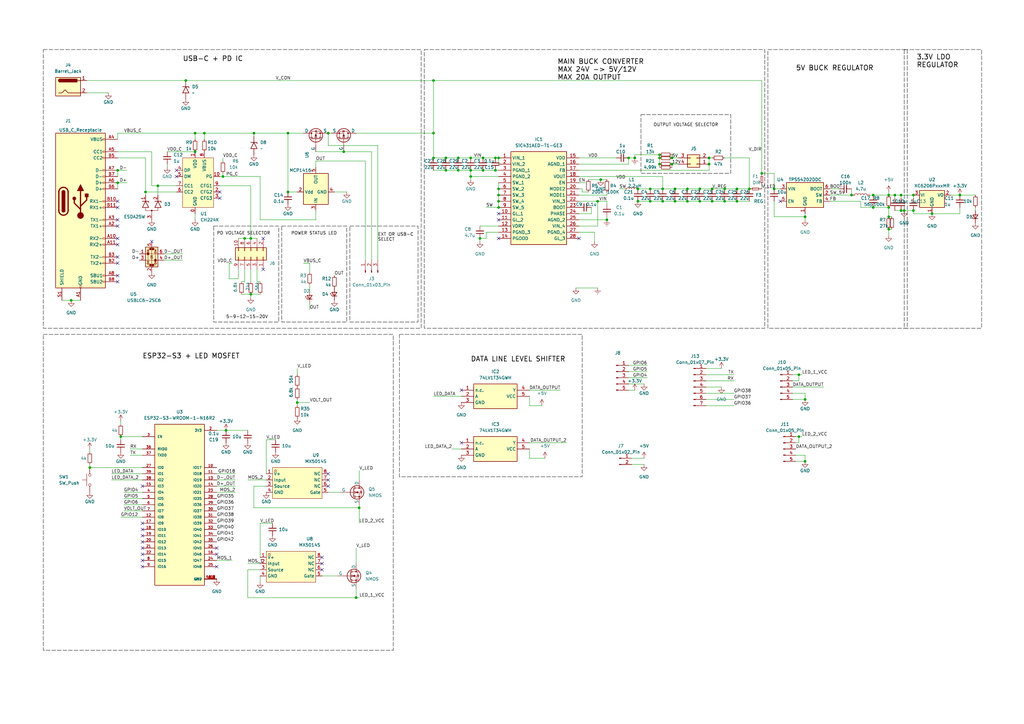
<source format=kicad_sch>
(kicad_sch (version 20230121) (generator eeschema)
  (paper "A3")
  (title_block (title "Led Strip Controller") (date "2024-05-11") (rev "2.0"))
  (junction (at 374.65 86.36))
  (junction (at 147.32 208.28))
  (junction (at 121.92 165.1))
  (junction (at 59.69 78.74))
  (junction (at 287.02 82.55))
  (junction (at 118.11 78.74))
  (junction (at 246.38 73.66))
  (junction (at 266.7 82.55))
  (junction (at 297.18 77.47))
  (junction (at 177.8 54.61))
  (junction (at 187.96 69.85))
  (junction (at 182.88 69.85))
  (junction (at 297.18 82.55))
  (junction (at 146.05 245.11))
  (junction (at 302.26 77.47))
  (junction (at 358.14 85.09))
  (junction (at 271.78 82.55))
  (junction (at 80.01 54.61))
  (junction (at 261.62 77.47))
  (junction (at 48.26 69.85))
  (junction (at 330.2 189.23))
  (junction (at 364.49 88.9))
  (junction (at 382.27 87.63))
  (junction (at 330.2 163.83))
  (junction (at 393.7 80.01))
  (junction (at 290.83 64.77))
  (junction (at 358.14 80.01))
  (junction (at 349.25 80.01))
  (junction (at 29.21 123.19))
  (junction (at 64.77 76.2))
  (junction (at 270.51 64.77))
  (junction (at 140.97 62.23))
  (junction (at 193.04 72.39))
  (junction (at 104.14 54.61))
  (junction (at 374.65 80.01))
  (junction (at 292.1 82.55))
  (junction (at 281.94 82.55))
  (junction (at 261.62 82.55))
  (junction (at 49.53 179.07))
  (junction (at 266.7 77.47))
  (junction (at 317.5 77.47))
  (junction (at 369.57 86.36))
  (junction (at 364.49 80.01))
  (junction (at 198.12 64.77))
  (junction (at 327.66 179.07))
  (junction (at 287.02 77.47))
  (junction (at 364.49 85.09))
  (junction (at 290.83 67.31))
  (junction (at 83.82 54.61))
  (junction (at 196.85 97.79))
  (junction (at 76.2 33.02))
  (junction (at 307.34 77.47))
  (junction (at 102.87 97.79))
  (junction (at 100.33 97.79))
  (junction (at 91.44 72.39))
  (junction (at 203.2 69.85))
  (junction (at 276.86 77.47))
  (junction (at 204.47 77.47))
  (junction (at 204.47 82.55))
  (junction (at 369.57 80.01))
  (junction (at 177.8 33.02))
  (junction (at 257.81 64.77))
  (junction (at 312.42 71.12))
  (junction (at 198.12 69.85))
  (junction (at 118.11 54.61))
  (junction (at 204.47 64.77))
  (junction (at 177.8 64.77))
  (junction (at 327.66 153.67))
  (junction (at 270.51 63.5))
  (junction (at 204.47 85.09))
  (junction (at 367.03 80.01))
  (junction (at 330.2 88.9))
  (junction (at 193.04 69.85))
  (junction (at 134.62 54.61))
  (junction (at 204.47 80.01))
  (junction (at 36.83 191.77))
  (junction (at 187.96 64.77))
  (junction (at 270.51 67.31))
  (junction (at 260.35 64.77))
  (junction (at 302.26 82.55))
  (junction (at 276.86 82.55))
  (junction (at 102.87 120.65))
  (junction (at 364.49 93.98))
  (junction (at 245.11 82.55))
  (junction (at 203.2 64.77))
  (junction (at 281.94 77.47))
  (junction (at 275.59 67.31))
  (junction (at 271.78 77.47))
  (junction (at 48.26 74.93))
  (junction (at 92.71 176.53))
  (junction (at 248.92 90.17))
  (junction (at 370.84 86.36))
  (junction (at 80.01 62.23))
  (junction (at 292.1 77.47))
  (junction (at 182.88 64.77))
  (junction (at 275.59 64.77))
  (junction (at 193.04 64.77))
  (no_connect (at 58.42 222.25))
  (no_connect (at 107.95 110.49))
  (no_connect (at 58.42 199.39))
  (no_connect (at 58.42 232.41))
  (no_connect (at 88.9 224.79))
  (no_connect (at 189.23 160.02))
  (no_connect (at 58.42 219.71))
  (no_connect (at 58.42 214.63))
  (no_connect (at 134.62 199.39))
  (no_connect (at 48.26 105.41))
  (no_connect (at 88.9 232.41))
  (no_connect (at 204.47 90.17))
  (no_connect (at 90.17 78.74))
  (no_connect (at 58.42 229.87))
  (no_connect (at 132.08 231.14))
  (no_connect (at 58.42 224.79))
  (no_connect (at 107.95 97.79))
  (no_connect (at 204.47 97.79))
  (no_connect (at 48.26 97.79))
  (no_connect (at 48.26 100.33))
  (no_connect (at 132.08 228.6))
  (no_connect (at 204.47 87.63))
  (no_connect (at 134.62 194.31))
  (no_connect (at 62.23 99.06))
  (no_connect (at 189.23 181.61))
  (no_connect (at 237.49 97.79))
  (no_connect (at 48.26 92.71))
  (no_connect (at 132.08 233.68))
  (no_connect (at 72.39 72.39))
  (no_connect (at 72.39 69.85))
  (no_connect (at 48.26 107.95))
  (no_connect (at 48.26 82.55))
  (no_connect (at 48.26 90.17))
  (no_connect (at 48.26 115.57))
  (no_connect (at 320.04 82.55))
  (no_connect (at 48.26 113.03))
  (no_connect (at 58.42 217.17))
  (no_connect (at 134.62 196.85))
  (no_connect (at 58.42 227.33))
  (no_connect (at 88.9 227.33))
  (no_connect (at 48.26 85.09))
  (no_connect (at 90.17 81.28))
  (wire (pts (xy 118.11 78.74) (xy 121.92 78.74)))
  (wire (pts (xy 275.59 64.77) (xy 278.13 64.77)))
  (wire (pts (xy 48.26 77.47) (xy 48.26 74.93)))
  (wire (pts (xy 147.32 207.01) (xy 147.32 208.28)))
  (wire (pts (xy 62.23 62.23) (xy 62.23 76.2)))
  (wire (pts (xy 204.47 77.47) (xy 204.47 80.01)))
  (wire (pts (xy 245.11 82.55) (xy 245.11 92.71)))
  (wire (pts (xy 196.85 97.79) (xy 199.39 97.79)))
  (wire (pts (xy 271.78 77.47) (xy 276.86 77.47)))
  (wire (pts (xy 204.47 80.01) (xy 204.47 82.55)))
  (wire (pts (xy 187.96 69.85) (xy 193.04 69.85)))
  (wire (pts (xy 237.49 87.63) (xy 242.57 87.63)))
  (wire (pts (xy 237.49 72.39) (xy 271.78 72.39)))
  (wire (pts (xy 96.52 201.93) (xy 88.9 201.93)))
  (wire (pts (xy 330.2 163.83) (xy 325.12 163.83)))
  (wire (pts (xy 374.65 87.63) (xy 382.27 87.63)))
  (wire (pts (xy 76.2 33.02) (xy 177.8 33.02)))
  (wire (pts (xy 400.05 86.36) (xy 400.05 85.09)))
  (wire (pts (xy 237.49 64.77) (xy 252.73 64.77)))
  (wire (pts (xy 271.78 82.55) (xy 276.86 82.55)))
  (wire (pts (xy 289.56 158.75) (xy 295.91 158.75)))
  (wire (pts (xy 367.03 86.36) (xy 369.57 86.36)))
  (wire (pts (xy 243.84 95.25) (xy 243.84 99.06)))
  (wire (pts (xy 146.05 224.79) (xy 146.05 231.14)))
  (wire (pts (xy 369.57 80.01) (xy 374.65 80.01)))
  (wire (pts (xy 96.52 196.85) (xy 88.9 196.85)))
  (wire (pts (xy 275.59 67.31) (xy 278.13 67.31)))
  (wire (pts (xy 50.8 207.01) (xy 58.42 207.01)))
  (wire (pts (xy 356.87 80.01) (xy 358.14 80.01)))
  (wire (pts (xy 204.47 74.93) (xy 204.47 77.47)))
  (wire (pts (xy 327.66 156.21) (xy 327.66 153.67)))
  (wire (pts (xy 36.83 191.77) (xy 58.42 191.77)))
  (wire (pts (xy 374.65 81.28) (xy 374.65 80.01)))
  (wire (pts (xy 101.6 196.85) (xy 109.22 196.85)))
  (wire (pts (xy 50.8 209.55) (xy 58.42 209.55)))
  (wire (pts (xy 374.65 86.36) (xy 374.65 87.63)))
  (wire (pts (xy 328.93 179.07) (xy 327.66 179.07)))
  (wire (pts (xy 287.02 77.47) (xy 292.1 77.47)))
  (wire (pts (xy 287.02 82.55) (xy 292.1 82.55)))
  (wire (pts (xy 99.06 115.57) (xy 100.33 115.57)))
  (wire (pts (xy 127 107.95) (xy 127 111.76)))
  (wire (pts (xy 326.39 181.61) (xy 327.66 181.61)))
  (wire (pts (xy 29.21 123.19) (xy 33.02 123.19)))
  (wire (pts (xy 104.14 208.28) (xy 147.32 208.28)))
  (wire (pts (xy 49.53 179.07) (xy 58.42 179.07)))
  (wire (pts (xy 106.68 214.63) (xy 106.68 228.6)))
  (wire (pts (xy 49.53 212.09) (xy 58.42 212.09)))
  (wire (pts (xy 248.92 78.74) (xy 248.92 80.01)))
  (wire (pts (xy 147.32 193.04) (xy 147.32 196.85)))
  (wire (pts (xy 134.62 54.61) (xy 135.89 54.61)))
  (wire (pts (xy 137.16 78.74) (xy 142.24 78.74)))
  (wire (pts (xy 102.87 115.57) (xy 102.87 110.49)))
  (wire (pts (xy 317.5 82.55) (xy 317.5 88.9)))
  (wire (pts (xy 80.01 54.61) (xy 80.01 57.15)))
  (wire (pts (xy 62.23 76.2) (xy 64.77 76.2)))
  (wire (pts (xy 59.69 78.74) (xy 72.39 78.74)))
  (wire (pts (xy 271.78 72.39) (xy 271.78 77.47)))
  (wire (pts (xy 353.06 85.09) (xy 358.14 85.09)))
  (wire (pts (xy 121.92 151.13) (xy 121.92 153.67)))
  (wire (pts (xy 265.43 149.86) (xy 257.81 149.86)))
  (wire (pts (xy 152.4 62.23) (xy 152.4 106.68)))
  (wire (pts (xy 106.68 90.17) (xy 106.68 72.39)))
  (wire (pts (xy 237.49 92.71) (xy 245.11 92.71)))
  (wire (pts (xy 129.54 66.04) (xy 149.86 66.04)))
  (wire (pts (xy 340.36 80.01) (xy 349.25 80.01)))
  (wire (pts (xy 364.49 85.09) (xy 364.49 88.9)))
  (wire (pts (xy 193.04 69.85) (xy 198.12 69.85)))
  (wire (pts (xy 177.8 64.77) (xy 182.88 64.77)))
  (wire (pts (xy 369.57 86.36) (xy 370.84 86.36)))
  (wire (pts (xy 48.26 62.23) (xy 62.23 62.23)))
  (wire (pts (xy 292.1 77.47) (xy 297.18 77.47)))
  (wire (pts (xy 330.2 186.69) (xy 330.2 189.23)))
  (wire (pts (xy 358.14 80.01) (xy 364.49 80.01)))
  (wire (pts (xy 118.11 54.61) (xy 124.46 54.61)))
  (wire (pts (xy 35.56 38.1) (xy 44.45 38.1)))
  (wire (pts (xy 204.47 95.25) (xy 199.39 95.25)))
  (wire (pts (xy 257.81 157.48) (xy 264.16 157.48)))
  (wire (pts (xy 300.99 161.29) (xy 289.56 161.29)))
  (wire (pts (xy 270.51 67.31) (xy 270.51 68.58)))
  (wire (pts (xy 53.34 184.15) (xy 58.42 184.15)))
  (wire (pts (xy 199.39 85.09) (xy 204.47 85.09)))
  (wire (pts (xy 248.92 88.9) (xy 248.92 90.17)))
  (wire (pts (xy 275.59 63.5) (xy 275.59 64.77)))
  (wire (pts (xy 237.49 77.47) (xy 238.76 77.47)))
  (wire (pts (xy 92.71 176.53) (xy 88.9 176.53)))
  (wire (pts (xy 266.7 82.55) (xy 271.78 82.55)))
  (wire (pts (xy 90.17 72.39) (xy 91.44 72.39)))
  (wire (pts (xy 240.03 74.93) (xy 237.49 74.93)))
  (wire (pts (xy 248.92 80.01) (xy 237.49 80.01)))
  (wire (pts (xy 370.84 86.36) (xy 374.65 86.36)))
  (wire (pts (xy 104.14 199.39) (xy 104.14 208.28)))
  (wire (pts (xy 146.05 54.61) (xy 177.8 54.61)))
  (wire (pts (xy 266.7 77.47) (xy 271.78 77.47)))
  (wire (pts (xy 132.08 236.22) (xy 138.43 236.22)))
  (wire (pts (xy 95.25 229.87) (xy 88.9 229.87)))
  (wire (pts (xy 327.66 153.67) (xy 325.12 153.67)))
  (wire (pts (xy 105.41 115.57) (xy 105.41 110.49)))
  (wire (pts (xy 147.32 245.11) (xy 146.05 245.11)))
  (wire (pts (xy 193.04 72.39) (xy 204.47 72.39)))
  (wire (pts (xy 101.6 245.11) (xy 146.05 245.11)))
  (wire (pts (xy 199.39 95.25) (xy 199.39 97.79)))
  (wire (pts (xy 134.62 59.69) (xy 154.94 59.69)))
  (wire (pts (xy 83.82 54.61) (xy 83.82 57.15)))
  (wire (pts (xy 367.03 81.28) (xy 367.03 80.01)))
  (wire (pts (xy 93.98 107.95) (xy 93.98 114.3)))
  (wire (pts (xy 106.68 214.63) (xy 111.76 214.63)))
  (wire (pts (xy 237.49 82.55) (xy 245.11 82.55)))
  (wire (pts (xy 93.98 107.95) (xy 95.25 107.95)))
  (wire (pts (xy 261.62 77.47) (xy 266.7 77.47)))
  (wire (pts (xy 177.8 69.85) (xy 182.88 69.85)))
  (wire (pts (xy 261.62 82.55) (xy 266.7 82.55)))
  (wire (pts (xy 129.54 62.23) (xy 140.97 62.23)))
  (wire (pts (xy 358.14 85.09) (xy 364.49 85.09)))
  (wire (pts (xy 80.01 54.61) (xy 83.82 54.61)))
  (wire (pts (xy 127 165.1) (xy 121.92 165.1)))
  (wire (pts (xy 193.04 73.66) (xy 193.04 72.39)))
  (wire (pts (xy 289.56 151.13) (xy 295.91 151.13)))
  (wire (pts (xy 276.86 77.47) (xy 281.94 77.47)))
  (wire (pts (xy 48.26 74.93) (xy 52.07 74.93)))
  (wire (pts (xy 127 127) (xy 127 124.46)))
  (wire (pts (xy 109.22 199.39) (xy 104.14 199.39)))
  (wire (pts (xy 281.94 82.55) (xy 287.02 82.55)))
  (wire (pts (xy 97.79 114.3) (xy 93.98 114.3)))
  (wire (pts (xy 257.81 160.02) (xy 260.35 160.02)))
  (wire (pts (xy 289.56 153.67) (xy 300.99 153.67)))
  (wire (pts (xy 317.5 77.47) (xy 317.5 71.12)))
  (wire (pts (xy 74.93 106.68) (xy 67.31 106.68)))
  (wire (pts (xy 80.01 90.17) (xy 80.01 87.63)))
  (wire (pts (xy 106.68 115.57) (xy 105.41 115.57)))
  (wire (pts (xy 121.92 163.83) (xy 121.92 165.1)))
  (wire (pts (xy 217.17 184.15) (xy 217.17 187.96)))
  (wire (pts (xy 326.39 189.23) (xy 330.2 189.23)))
  (wire (pts (xy 177.8 54.61) (xy 177.8 64.77)))
  (wire (pts (xy 121.92 165.1) (xy 121.92 166.37)))
  (wire (pts (xy 154.94 59.69) (xy 154.94 106.68)))
  (wire (pts (xy 36.83 184.15) (xy 36.83 185.42)))
  (wire (pts (xy 102.87 76.2) (xy 102.87 97.79)))
  (wire (pts (xy 292.1 82.55) (xy 297.18 82.55)))
  (wire (pts (xy 300.99 166.37) (xy 289.56 166.37)))
  (wire (pts (xy 236.22 118.11) (xy 245.11 118.11)))
  (wire (pts (xy 196.85 92.71) (xy 204.47 92.71)))
  (wire (pts (xy 102.87 76.2) (xy 90.17 76.2)))
  (wire (pts (xy 265.43 154.94) (xy 257.81 154.94)))
  (wire (pts (xy 237.49 69.85) (xy 290.83 69.85)))
  (wire (pts (xy 101.6 233.68) (xy 106.68 233.68)))
  (wire (pts (xy 48.26 64.77) (xy 59.69 64.77)))
  (wire (pts (xy 292.1 64.77) (xy 290.83 64.77)))
  (wire (pts (xy 48.26 54.61) (xy 48.26 57.15)))
  (wire (pts (xy 49.53 179.07) (xy 49.53 180.34)))
  (wire (pts (xy 276.86 82.55) (xy 281.94 82.55)))
  (wire (pts (xy 91.44 71.12) (xy 91.44 72.39)))
  (wire (pts (xy 97.79 110.49) (xy 97.79 114.3)))
  (wire (pts (xy 177.8 33.02) (xy 312.42 33.02)))
  (wire (pts (xy 254 77.47) (xy 256.54 77.47)))
  (wire (pts (xy 83.82 54.61) (xy 104.14 54.61)))
  (wire (pts (xy 48.26 69.85) (xy 52.07 69.85)))
  (wire (pts (xy 364.49 93.98) (xy 364.49 96.52)))
  (wire (pts (xy 129.54 90.17) (xy 106.68 90.17)))
  (wire (pts (xy 290.83 64.77) (xy 290.83 67.31)))
  (wire (pts (xy 330.2 88.9) (xy 330.2 87.63)))
  (wire (pts (xy 217.17 166.37) (xy 222.25 166.37)))
  (wire (pts (xy 134.62 54.61) (xy 134.62 59.69)))
  (wire (pts (xy 91.44 72.39) (xy 106.68 72.39)))
  (wire (pts (xy 45.72 194.31) (xy 58.42 194.31)))
  (wire (pts (xy 118.11 54.61) (xy 118.11 78.74)))
  (wire (pts (xy 317.5 77.47) (xy 320.04 77.47)))
  (wire (pts (xy 302.26 77.47) (xy 307.34 77.47)))
  (wire (pts (xy 317.5 71.12) (xy 312.42 71.12)))
  (wire (pts (xy 237.49 67.31) (xy 257.81 67.31)))
  (wire (pts (xy 104.14 54.61) (xy 118.11 54.61)))
  (wire (pts (xy 129.54 66.04) (xy 129.54 68.58)))
  (wire (pts (xy 241.3 73.66) (xy 246.38 73.66)))
  (wire (pts (xy 101.6 176.53) (xy 92.71 176.53)))
  (wire (pts (xy 260.35 64.77) (xy 260.35 63.5)))
  (wire (pts (xy 246.38 73.66) (xy 248.92 73.66)))
  (wire (pts (xy 238.76 78.74) (xy 241.3 78.74)))
  (wire (pts (xy 146.05 245.11) (xy 146.05 241.3)))
  (wire (pts (xy 48.26 54.61) (xy 80.01 54.61)))
  (wire (pts (xy 101.6 233.68) (xy 101.6 245.11)))
  (wire (pts (xy 49.53 172.72) (xy 49.53 173.99)))
  (wire (pts (xy 196.85 99.06) (xy 196.85 97.79)))
  (wire (pts (xy 68.58 68.58) (xy 68.58 67.31)))
  (wire (pts (xy 297.18 82.55) (xy 302.26 82.55)))
  (wire (pts (xy 257.81 64.77) (xy 257.81 67.31)))
  (wire (pts (xy 198.12 69.85) (xy 203.2 69.85)))
  (wire (pts (xy 96.52 194.31) (xy 88.9 194.31)))
  (wire (pts (xy 289.56 156.21) (xy 300.99 156.21)))
  (wire (pts (xy 140.97 62.23) (xy 152.4 62.23)))
  (wire (pts (xy 198.12 64.77) (xy 203.2 64.77)))
  (wire (pts (xy 48.26 69.85) (xy 48.26 72.39)))
  (wire (pts (xy 182.88 64.77) (xy 187.96 64.77)))
  (wire (pts (xy 64.77 76.2) (xy 72.39 76.2)))
  (wire (pts (xy 97.79 97.79) (xy 100.33 97.79)))
  (wire (pts (xy 327.66 179.07) (xy 326.39 179.07)))
  (wire (pts (xy 59.69 64.77) (xy 59.69 78.74)))
  (wire (pts (xy 382.27 87.63) (xy 393.7 87.63)))
  (wire (pts (xy 25.4 123.19) (xy 29.21 123.19)))
  (wire (pts (xy 297.18 77.47) (xy 302.26 77.47)))
  (wire (pts (xy 364.49 80.01) (xy 367.03 80.01)))
  (wire (pts (xy 312.42 33.02) (xy 312.42 71.12)))
  (wire (pts (xy 100.33 97.79) (xy 102.87 97.79)))
  (wire (pts (xy 124.46 107.95) (xy 127 107.95)))
  (wire (pts (xy 147.32 208.28) (xy 147.32 214.63)))
  (wire (pts (xy 217.17 162.56) (xy 217.17 166.37)))
  (wire (pts (xy 104.14 54.61) (xy 104.14 55.88)))
  (wire (pts (xy 265.43 152.4) (xy 257.81 152.4)))
  (wire (pts (xy 327.66 181.61) (xy 327.66 179.07)))
  (wire (pts (xy 204.47 64.77) (xy 204.47 67.31)))
  (wire (pts (xy 302.26 82.55) (xy 307.34 82.55)))
  (wire (pts (xy 270.51 64.77) (xy 270.51 67.31)))
  (wire (pts (xy 364.49 78.74) (xy 364.49 80.01)))
  (wire (pts (xy 64.77 76.2) (xy 64.77 80.01)))
  (wire (pts (xy 281.94 77.47) (xy 287.02 77.47)))
  (wire (pts (xy 257.81 64.77) (xy 260.35 64.77)))
  (wire (pts (xy 102.87 120.65) (xy 106.68 120.65)))
  (wire (pts (xy 109.22 180.34) (xy 109.22 194.31)))
  (wire (pts (xy 149.86 66.04) (xy 149.86 106.68)))
  (wire (pts (xy 204.47 82.55) (xy 204.47 85.09)))
  (wire (pts (xy 325.12 161.29) (xy 330.2 161.29)))
  (wire (pts (xy 106.68 236.22) (xy 106.68 238.76)))
  (wire (pts (xy 364.49 93.98) (xy 365.76 93.98)))
  (wire (pts (xy 260.35 63.5) (xy 270.51 63.5)))
  (wire (pts (xy 182.88 69.85) (xy 187.96 69.85)))
  (wire (pts (xy 45.72 196.85) (xy 58.42 196.85)))
  (wire (pts (xy 229.87 160.02) (xy 217.17 160.02)))
  (wire (pts (xy 102.87 120.65) (xy 102.87 121.92)))
  (wire (pts (xy 393.7 80.01) (xy 389.89 80.01)))
  (wire (pts (xy 264.16 190.5) (xy 259.08 190.5)))
  (wire (pts (xy 290.83 69.85) (xy 290.83 67.31)))
  (wire (pts (xy 369.57 80.01) (xy 369.57 81.28)))
  (wire (pts (xy 203.2 69.85) (xy 204.47 69.85)))
  (wire (pts (xy 50.8 201.93) (xy 58.42 201.93)))
  (wire (pts (xy 330.2 90.17) (xy 330.2 88.9)))
  (wire (pts (xy 340.36 82.55) (xy 353.06 82.55)))
  (wire (pts (xy 109.22 180.34) (xy 113.03 180.34)))
  (wire (pts (xy 185.42 184.15) (xy 189.23 184.15)))
  (wire (pts (xy 127 116.84) (xy 127 119.38)))
  (wire (pts (xy 264.16 187.96) (xy 259.08 187.96)))
  (wire (pts (xy 393.7 85.09) (xy 393.7 87.63)))
  (wire (pts (xy 203.2 64.77) (xy 204.47 64.77)))
  (wire (pts (xy 325.12 156.21) (xy 327.66 156.21)))
  (wire (pts (xy 96.52 199.39) (xy 88.9 199.39)))
  (wire (pts (xy 237.49 90.17) (xy 248.92 90.17)))
  (wire (pts (xy 232.41 181.61) (xy 217.17 181.61)))
  (wire (pts (xy 400.05 80.01) (xy 393.7 80.01)))
  (wire (pts (xy 367.03 80.01) (xy 369.57 80.01)))
  (wire (pts (xy 307.34 64.77) (xy 307.34 77.47)))
  (wire (pts (xy 99.06 120.65) (xy 102.87 120.65)))
  (wire (pts (xy 300.99 163.83) (xy 289.56 163.83)))
  (wire (pts (xy 193.04 64.77) (xy 198.12 64.77)))
  (wire (pts (xy 91.44 64.77) (xy 91.44 66.04)))
  (wire (pts (xy 100.33 115.57) (xy 100.33 110.49)))
  (wire (pts (xy 53.34 186.69) (xy 58.42 186.69)))
  (wire (pts (xy 50.8 204.47) (xy 58.42 204.47)))
  (wire (pts (xy 187.96 64.77) (xy 193.04 64.77)))
  (wire (pts (xy 238.76 77.47) (xy 238.76 78.74)))
  (wire (pts (xy 317.5 88.9) (xy 330.2 88.9)))
  (wire (pts (xy 74.93 104.14) (xy 67.31 104.14)))
  (wire (pts (xy 312.42 76.2) (xy 312.42 77.47)))
  (wire (pts (xy 237.49 95.25) (xy 243.84 95.25)))
  (wire (pts (xy 193.04 69.85) (xy 193.04 72.39)))
  (wire (pts (xy 328.93 153.67) (xy 327.66 153.67)))
  (wire (pts (xy 344.17 77.47) (xy 340.36 77.47)))
  (wire (pts (xy 364.49 88.9) (xy 365.76 88.9)))
  (wire (pts (xy 270.51 63.5) (xy 270.51 64.77)))
  (wire (pts (xy 337.82 158.75) (xy 325.12 158.75)))
  (wire (pts (xy 101.6 231.14) (xy 106.68 231.14)))
  (wire (pts (xy 177.8 33.02) (xy 177.8 54.61)))
  (wire (pts (xy 353.06 82.55) (xy 353.06 85.09)))
  (wire (pts (xy 326.39 186.69) (xy 330.2 186.69)))
  (wire (pts (xy 248.92 83.82) (xy 248.92 82.55)))
  (wire (pts (xy 68.58 62.23) (xy 80.01 62.23)))
  (wire (pts (xy 242.57 85.09) (xy 242.57 87.63)))
  (wire (pts (xy 307.34 64.77) (xy 297.18 64.77)))
  (wire (pts (xy 349.25 80.01) (xy 349.25 77.47)))
  (wire (pts (xy 330.2 161.29) (xy 330.2 163.83)))
  (wire (pts (xy 59.69 78.74) (xy 59.69 80.01)))
  (wire (pts (xy 134.62 201.93) (xy 139.7 201.93)))
  (wire (pts (xy 245.11 82.55) (xy 248.92 82.55)))
  (wire (pts (xy 102.87 97.79) (xy 105.41 97.79)))
  (wire (pts (xy 177.8 162.56) (xy 189.23 162.56)))
  (wire (pts (xy 35.56 33.02) (xy 76.2 33.02)))
  (wire (pts (xy 217.17 187.96) (xy 223.52 187.96)))
  (wire (pts (xy 36.83 190.5) (xy 36.83 191.77)))
  (wire (pts (xy 129.54 90.17) (xy 129.54 86.36)))
  (wire (pts (xy 275.59 67.31) (xy 275.59 68.58)))
  (rectangle (start 143.51 92.71) (end 171.45 132.08) (stroke (width 0) (type dash) (color 0 0 0 1)))
  (rectangle (start 370.84 20.32) (end 402.59 134.62) (stroke (width 0) (type dash) (color 0 0 0 1)))
  (rectangle (start 314.96 20.32) (end 372.11 134.62) (stroke (width 0) (type dash) (color 0 0 0 1)))
  (rectangle (start 173.99 20.32) (end 313.69 134.62) (stroke (width 0) (type dash) (color 0 0 0 1)))
  (rectangle (start 262.89 46.99) (end 299.72 71.12) (stroke (width 0) (type dash) (color 0 0 0 1)))
  (rectangle (start 17.78 20.32) (end 172.72 134.62) (stroke (width 0) (type dash) (color 0 0 0 1)))
  (rectangle (start 115.57 92.71) (end 142.24 132.08) (stroke (width 0) (type dash) (color 0 0 0 1)))
  (rectangle (start 17.78 137.16) (end 161.29 266.7) (stroke (width 0) (type dash) (color 0 0 0 1)))
  (rectangle (start 163.83 137.16) (end 238.76 195.58) (stroke (width 0) (type dash) (color 0 0 0 1)))
  (rectangle (start 87.63 92.71) (end 114.3 132.08) (stroke (width 0) (type dash) (color 0 0 0 1)))
  (text "12V" (at 275.59 67.31 0) (effects (font (size 1.27 1.27)) (justify left bottom)))
  (text "OUTPUT VOLTAGE SELECTOR" (at 267.97 52.07 0) (effects (font (size 1.27 1.27)) (justify left bottom)))
  (text "5V BUCK REGULATOR\n" (at 326.39 29.21 0) (effects (font (size 2 2) (thickness 0.254) bold) (justify left bottom)))
  (text "5-9-12-15-20V" (at 92.71 130.81 0) (effects (font (size 1.27 1.27)) (justify left bottom)))
  (text "POWER STATUS LED" (at 119.38 96.52 0) (effects (font (size 1.27 1.27)) (justify left bottom)))
  (text "3.3V LDO \nREGULATOR" (at 375.92 27.94 0) (effects (font (size 2 2) (thickness 0.254) bold) (justify left bottom)))
  (text "USB-C + PD IC" (at 74.93 25.4 0) (effects (font (size 2 2) (thickness 0.254) bold) (justify left bottom)))
  (text "DATA LINE LEVEL SHIFTER" (at 193.04 148.59 0) (effects (font (size 2 2) (thickness 0.254) bold) (justify left bottom)))
  (text "EXT OR USB-C\nSELECT" (at 154.94 99.06 0) (effects (font (size 1.27 1.27)) (justify left bottom)))
  (text "MAIN BUCK CONVERTER \nMAX 24V -> 5V/12V\nMAX 20A OUTPUT" (at 228.6 33.02 0) (effects (font (size 2 2) (thickness 0.254) bold) (justify left bottom)))
  (text "5V" (at 275.59 64.77 0) (effects (font (size 1.27 1.27)) (justify left bottom)))
  (text "PD VOLTAGE SELECTOR" (at 88.9 96.52 0) (effects (font (size 1.27 1.27)) (justify left bottom)))
  (text "ESP32-S3 + LED MOSFET" (at 58.42 147.32 0) (effects (font (size 2 2) (thickness 0.254) bold) (justify left bottom)))
  (label "D-_OUT" (at 74.93 104.14 180))
  (label "VDD_C" (at 95.25 107.95 180))
  (label "V_LED" (at 121.92 151.13 0))
  (label "LED_2_VCC" (at 147.32 214.63 0))
  (label "RX" (at 300.99 156.21 180))
  (label "OUT" (at 127 127 0))
  (label "VBUS_C" (at 124.46 107.95 0))
  (label "VIN" (at 248.92 82.55 180))
  (label "SW_5V" (at 340.36 80.01 0))
  (label "GPIO36" (at 88.9 207.01 0))
  (label "VOLT_OUT" (at 50.8 209.55 0))
  (label "D-" (at 57.15 104.14 180))
  (label "GPIO6" (at 50.8 207.01 0))
  (label "GPIO5" (at 265.43 152.4 180))
  (label "RX" (at 53.34 184.15 0))
  (label "MOS_2" (at 101.6 196.85 0))
  (label "LED_DATA" (at 177.8 162.56 0))
  (label "FB" (at 340.36 82.55 0))
  (label "D+_OUT" (at 96.52 199.39 180))
  (label "DATA_OUTPUT_2" (at 232.41 181.61 180))
  (label "SW" (at 199.39 85.09 0))
  (label "GPIO42" (at 88.9 222.25 0))
  (label "PG_C" (at 92.71 72.39 0))
  (label "GPIO39" (at 88.9 214.63 0))
  (label "LED_DATA_2" (at 45.72 196.85 0))
  (label "V_LED" (at 109.22 180.34 0))
  (label "VDD" (at 252.73 73.66 0))
  (label "GPIO5" (at 50.8 204.47 0))
  (label "V_LED" (at 147.32 193.04 0))
  (label "GPIO38" (at 300.99 161.29 0))
  (label "BOOT" (at 340.36 77.47 0))
  (label "V_CON" (at 113.03 33.02 0))
  (label "LED_DATA" (at 45.72 194.31 0))
  (label "LED_2_VCC" (at 328.93 179.07 0))
  (label "SW" (at 254 77.47 0))
  (label "GPIO4" (at 265.43 154.94 180))
  (label "GPIO12" (at 49.53 212.09 0))
  (label "OUT" (at 129.54 66.04 0))
  (label "VIN" (at 194.31 64.77 0))
  (label "OUT" (at 137.16 113.03 0))
  (label "VBUS_C" (at 50.8 54.61 0))
  (label "GPIO36" (at 300.99 166.37 0))
  (label "GPIO18" (at 96.52 194.31 180))
  (label "DATA_OUTPUT" (at 337.82 158.75 180))
  (label "GPIO40" (at 88.9 217.17 0))
  (label "D-_OUT" (at 96.52 196.85 180))
  (label "D+_OUT" (at 74.93 106.68 180))
  (label "VDD" (at 241.3 64.77 0))
  (label "VDD_C" (at 91.44 64.77 0))
  (label "V_REG" (at 292.1 77.47 0))
  (label "V_LED" (at 312.42 77.47 0))
  (label "V_DIR" (at 312.42 62.23 180))
  (label "MOS_2" (at 96.52 201.93 180))
  (label "V_LED" (at 106.68 214.63 0))
  (label "V_LED" (at 146.05 224.79 0))
  (label "GPIO6" (at 265.43 149.86 180))
  (label "LED_DATA_2" (at 185.42 184.15 180))
  (label "TX" (at 300.99 153.67 180))
  (label "DATA_OUTPUT_2" (at 326.39 184.15 0))
  (label "MOS_1" (at 95.25 229.87 180))
  (label "MOS_1" (at 101.6 231.14 0))
  (label "GPIO38" (at 88.9 212.09 0))
  (label "D+" (at 52.07 74.93 180))
  (label "GPIO35" (at 88.9 204.47 0))
  (label "GPIO37" (at 300.99 163.83 0))
  (label "GPIO41" (at 88.9 219.71 0))
  (label "LED_1_VCC" (at 147.32 245.11 0))
  (label "TX" (at 53.34 186.69 0))
  (label "VOLT_OUT" (at 127 165.1 0))
  (label "D-" (at 52.07 69.85 180))
  (label "GPIO4" (at 50.8 201.93 0))
  (label "DATA_OUTPUT" (at 229.87 160.02 180))
  (label "D+" (at 57.15 106.68 180))
  (label "EN" (at 240.03 74.93 180))
  (label "VDD_C" (at 68.58 62.23 0))
  (label "LED_1_VCC" (at 328.93 153.67 0))
  (label "GPIO37" (at 88.9 209.55 0))
  (symbol (lib_id "74LV1T34GWH:74LV1T34GWH") (at 189.23 181.61 0) (unit 1)
    (property "Reference" "IC3" (at 203.2 173.99 0))
    (property "Value" "74LV1T34GWH" (at 203.2 176.53 0))
    (property "Footprint" "YULC:74LV1_SOT65P212X110-5N" (effects hide))
    (property "Datasheet" "https://assets.nexperia.com/documents/data-sheet/74LV1T34.pdf" (effects hide))
    (property "Height" "1.1" (effects hide))
    (property "Mouser Part Number" "771-74LV1T34GWH" (effects hide))
    (property "Mouser Price/Stock" "https://www.mouser.co.uk/ProductDetail/Nexperia/74LV1T34GWH?qs=W0yvOO0ixfHxD0aMqEYqbg%3D%3D" (effects hide))
    (property "Manufacturer_Name" "Nexperia" (effects hide))
    (property "Manufacturer_Part_Number" "74LV1T34GWH" (effects hide))
    (property "LCSC" "C5199768" (effects hide))
  )
  (symbol (lib_id "Device:R_Small") (at 294.64 64.77 90) (unit 1)
    (property "Reference" "R2" (at 294.64 62.23 90))
    (property "Value" "47k" (at 294.64 67.31 90))
    (property "Footprint" "Resistor_SMD:R_0603_1608Metric" (effects hide))
    (property "LCSC" "C25819" (effects hide))
  )
  (symbol (lib_id "Device:R_Small") (at 83.82 59.69 180) (unit 1)
    (property "Reference" "R10" (at 85.09 58.42 0) (effects (justify right)))
    (property "Value" "10k" (at 85.09 60.96 0) (effects (justify right)))
    (property "Footprint" "Resistor_SMD:R_0603_1608Metric" (effects hide))
    (property "LCSC" "C25804" (effects hide))
  )
  (symbol (lib_id "power:GND") (at 382.27 87.63 0) (unit 1)
    (property "Reference" "#PWR017" (effects hide))
    (property "Value" "GND" (at 382.27 92.71 0))
  )
  (symbol (lib_id "Connector:Conn_01x05_Pin") (at 252.73 154.94 0) (unit 1)
    (property "Reference" "J8" (at 253.365 144.78 0))
    (property "Value" "Conn_01x05_Pin" (effects hide))
    (property "Footprint" "Connector_PinSocket_2.54mm:PinSocket_1x05_P2.54mm_Vertical" (effects hide))
  )
  (symbol (lib_id "Device:R_Small") (at 273.05 68.58 90) (unit 1)
    (property "Reference" "R22" (effects hide))
    (property "Value" "4.99k" (effects hide))
    (property "Footprint" "Resistor_SMD:R_0603_1608Metric" (effects hide))
    (property "LCSC" "C23046" (effects hide))
  )
  (symbol (lib_id "Device:C_Small") (at 271.78 80.01 180) (unit 1)
    (property "Reference" "C5" (at 267.97 78.74 0) (effects (justify right)))
    (property "Value" "22u" (at 267.97 81.28 0) (effects (justify right)))
    (property "Footprint" "Capacitor_SMD:C_0805_2012Metric" (effects hide))
    (property "LCSC" "C45783" (effects hide))
  )
  (symbol (lib_id "Connector_Generic:Conn_02x02_Counter_Clockwise") (at 285.75 67.31 180) (unit 1)
    (property "Reference" "J5" (at 284.48 60.96 0))
    (property "Value" "Conn_02x02_Counter_Clockwise" (effects hide))
    (property "Footprint" "Connector_PinSocket_2.00mm:PinSocket_2x02_P2.00mm_Vertical" (effects hide))
    (property "LCSC" "C2905988" (effects hide))
  )
  (symbol (lib_id "Device:C_Small") (at 292.1 80.01 180) (unit 1)
    (property "Reference" "C23" (at 288.29 78.74 0) (effects (justify right)))
    (property "Value" "22u" (at 288.29 81.28 0) (effects (justify right)))
    (property "Footprint" "Capacitor_SMD:C_0805_2012Metric" (effects hide))
    (property "LCSC" "C45783" (effects hide))
  )
  (symbol (lib_id "power:GND") (at 189.23 186.69 0) (unit 1)
    (property "Reference" "#PWR046" (effects hide))
    (property "Value" "GND" (at 189.23 191.77 0))
  )
  (symbol (lib_id "Device:C_Small") (at 187.96 67.31 180) (unit 1)
    (property "Reference" "C29" (at 184.15 66.04 0) (effects (justify right)))
    (property "Value" "22u" (at 184.15 68.58 0) (effects (justify right)))
    (property "Footprint" "Capacitor_SMD:C_0805_2012Metric" (effects hide))
    (property "LCSC" "C45783" (effects hide))
  )
  (symbol (lib_id "power:+3.3V") (at 92.71 176.53 0) (unit 1)
    (property "Reference" "#PWR023" (effects hide))
    (property "Value" "+3.3V" (at 92.71 172.72 0))
  )
  (symbol (lib_id "power:+3.3V") (at 260.35 160.02 0) (unit 1)
    (property "Reference" "#PWR047" (effects hide))
    (property "Value" "+3.3V" (at 260.35 156.21 0))
  )
  (symbol (lib_id "Device:R_Small") (at 400.05 82.55 180) (unit 1)
    (property "Reference" "R13" (effects hide))
    (property "Value" "10k" (at 398.78 82.55 0) (effects (justify left)))
    (property "Footprint" "Resistor_SMD:R_0603_1608Metric" (effects hide))
    (property "LCSC" "C25804" (effects hide))
  )
  (symbol (lib_id "power:GND") (at 243.84 99.06 0) (unit 1)
    (property "Reference" "#PWR06" (effects hide))
    (property "Value" "GND" (at 243.84 104.14 0))
  )
  (symbol (lib_id "power:GND") (at 142.24 78.74 0) (unit 1)
    (property "Reference" "#PWR040" (effects hide))
    (property "Value" "GND" (at 142.24 82.55 0))
  )
  (symbol (lib_id "Device:C_Small") (at 198.12 67.31 180) (unit 1)
    (property "Reference" "C3" (at 194.31 66.04 0) (effects (justify right)))
    (property "Value" "22u" (at 194.31 68.58 0) (effects (justify right)))
    (property "Footprint" "Capacitor_SMD:C_0805_2012Metric" (effects hide))
    (property "LCSC" "C45783" (effects hide))
  )
  (symbol (lib_id "Device:C_Small") (at 113.03 182.88 0) (mirror x) (unit 1)
    (property "Reference" "C33" (effects hide))
    (property "Value" "10u" (at 119.38 182.88 0) (effects (justify right)))
    (property "Footprint" "Capacitor_SMD:C_0603_1608Metric" (effects hide))
    (property "LCSC" "C96446" (effects hide))
  )
  (symbol (lib_id "0my_project:CH224K") (at 81.28 74.93 0) (unit 1)
    (property "Reference" "U1" (at 82.2041 87.63 0) (effects (justify left)))
    (property "Value" "CH224K" (at 82.2041 90.17 0) (effects (justify left)))
    (property "Footprint" "ch224k:ESSOP-10_L4.9-W3.9-P1.0-LS6.0-TL-EP" (effects hide))
    (property "Datasheet" "https://akizukidenshi.com/download/ds/wch/CH224.pdf" (effects hide))
    (property "LCSC" "C970725" (effects hide))
  )
  (symbol (lib_id "Device:R_Small") (at 121.92 168.91 180) (unit 1)
    (property "Reference" "R35" (at 123.19 167.64 0) (effects (justify right)))
    (property "Value" "10k" (at 123.19 170.18 0) (effects (justify right)))
    (property "Footprint" "Resistor_SMD:R_0603_1608Metric" (effects hide))
    (property "LCSC" "C25804" (effects hide))
  )
  (symbol (lib_id "Device:R_Small") (at 273.05 63.5 90) (unit 1)
    (property "Reference" "R1" (at 266.7 59.69 90))
    (property "Value" "13k" (at 266.7 62.23 90))
    (property "Footprint" "Resistor_SMD:R_0603_1608Metric" (effects hide))
    (property "LCSC" "C22797" (effects hide))
  )
  (symbol (lib_id "power:GND") (at 111.76 219.71 0) (mirror y) (unit 1)
    (property "Reference" "#PWR043" (effects hide))
    (property "Value" "GND" (at 111.76 223.52 0))
  )
  (symbol (lib_id "Device:C_Small") (at 193.04 67.31 180) (unit 1)
    (property "Reference" "C2" (at 189.23 66.04 0) (effects (justify right)))
    (property "Value" "22u" (at 189.23 68.58 0) (effects (justify right)))
    (property "Footprint" "Capacitor_SMD:C_0805_2012Metric" (effects hide))
    (property "LCSC" "C45783" (effects hide))
  )
  (symbol (lib_id "Device:C_Small") (at 92.71 179.07 0) (mirror x) (unit 1)
    (property "Reference" "C19" (at 87.6363 180.34 0))
    (property "Value" "0.1u" (at 87.63 177.8 0))
    (property "Footprint" "Capacitor_SMD:C_0603_1608Metric" (effects hide))
    (property "LCSC" "C14663" (effects hide))
  )
  (symbol (lib_id "Connector:Conn_01x05_Pin") (at 320.04 158.75 0) (unit 1)
    (property "Reference" "J10" (at 320.675 148.59 0))
    (property "Value" "Conn_01x05_Pin" (at 320.675 151.13 0))
    (property "Footprint" "YULC:CONN-TH_5P-P3.81_KF124-3.81-5P" (effects hide))
    (property "LCSC" "C72336" (effects hide))
  )
  (symbol (lib_id "Connector_Generic:Conn_02x05_Odd_Even") (at 102.87 105.41 270) (mirror x) (unit 1)
    (property "Reference" "J6" (at 110.49 107.95 90) (effects (justify left)))
    (property "Value" "Conn_02x05_Odd_Even" (effects hide))
    (property "Footprint" "Connector_PinHeader_2.00mm:PinHeader_2x05_P2.00mm_Vertical" (effects hide))
    (property "LCSC" "C7501288" (effects hide))
  )
  (symbol (lib_id "Device:C_Small") (at 281.94 80.01 180) (unit 1)
    (property "Reference" "C7" (at 279.4 78.74 0) (effects (justify right)))
    (property "Value" "22u" (at 278.13 81.28 0) (effects (justify right)))
    (property "Footprint" "Capacitor_SMD:C_0805_2012Metric" (effects hide))
    (property "LCSC" "C45783" (effects hide))
  )
  (symbol (lib_id "power:Earth") (at 248.92 90.17 0) (unit 1)
    (property "Reference" "#PWR01" (effects hide))
    (property "Value" "Earth" (effects hide))
  )
  (symbol (lib_id "Diode:SM6T6V8A") (at 76.2 36.83 270) (unit 1)
    (property "Reference" "D5" (at 78.74 35.56 90) (effects (justify left)))
    (property "Value" "~" (at 78.74 38.1 90) (effects (justify left)))
    (property "Footprint" "Diode_SMD:D_SMB" (effects hide))
    (property "Datasheet" "https://www.st.com/resource/en/datasheet/sm6t.pdf" (effects hide))
    (property "LCSC" "C2836928" (effects hide))
  )
  (symbol (lib_id "power:GND") (at 189.23 165.1 0) (unit 1)
    (property "Reference" "#PWR012" (effects hide))
    (property "Value" "GND" (at 189.23 170.18 0))
  )
  (symbol (lib_id "Device:R_Small") (at 80.01 59.69 180) (unit 1)
    (property "Reference" "R9" (at 76.2 58.42 0) (effects (justify right)))
    (property "Value" "1k" (at 76.2 60.96 0) (effects (justify right)))
    (property "Footprint" "Resistor_SMD:R_0603_1608Metric" (effects hide))
    (property "LCSC" "C21190" (effects hide))
  )
  (symbol (lib_id "Device:C_Small") (at 248.92 86.36 0) (unit 1)
    (property "Reference" "C1" (at 254 85.09 0))
    (property "Value" "0.1u" (at 253.9937 87.63 0))
    (property "Footprint" "Capacitor_SMD:C_0603_1608Metric" (effects hide))
    (property "LCSC" "C14663" (effects hide))
  )
  (symbol (lib_id "Simulation_SPICE:PMOS") (at 129.54 57.15 90) (unit 1)
    (property "Reference" "Q7" (at -168.91 -712.47 90))
    (property "Value" "PMOS" (at -168.91 -709.93 90))
    (property "Footprint" "YULC:PMOS-SOP-8_L4.9-W3.9-P1.27-LS6.0-BL" (effects hide))
    (property "Datasheet" "https://ngspice.sourceforge.io/docs/ngspice-html-manual/manual.xhtml#cha_MOSFETs" (effects hide))
    (property "Sim.Device" "PMOS" (effects hide))
    (property "Sim.Type" "VDMOS" (effects hide))
    (property "Sim.Pins" "1=D 2=G 3=S" (effects hide))
    (property "LCSC" "C469397" (effects hide))
  )
  (symbol (lib_id "power:GND") (at 106.68 238.76 0) (mirror y) (unit 1)
    (property "Reference" "#PWR027" (effects hide))
    (property "Value" "GND" (at 106.68 242.57 0))
  )
  (symbol (lib_id "power:GND") (at 88.9 237.49 0) (unit 1)
    (property "Reference" "#PWR033" (effects hide))
    (property "Value" "GND" (at 88.9 242.57 0))
  )
  (symbol (lib_id "power:GND") (at 113.03 185.42 0) (mirror y) (unit 1)
    (property "Reference" "#PWR044" (effects hide))
    (property "Value" "GND" (at 113.03 189.23 0))
  )
  (symbol (lib_id "Device:C_Small") (at 367.03 83.82 180) (unit 1)
    (property "Reference" "C31" (effects hide))
    (property "Value" "10u" (at 365.76 82.55 0) (effects (justify right)))
    (property "Footprint" "Capacitor_SMD:C_0603_1608Metric" (effects hide))
    (property "LCSC" "C96446" (effects hide))
  )
  (symbol (lib_id "power:+3.3V") (at 49.53 172.72 0) (unit 1)
    (property "Reference" "#PWR024" (effects hide))
    (property "Value" "+3.3V" (at 49.53 168.91 0))
  )
  (symbol (lib_id "Device:C_Small") (at 203.2 67.31 0) (mirror x) (unit 1)
    (property "Reference" "C15" (at 200.66 68.58 0))
    (property "Value" "0.1u" (at 200.66 66.04 0))
    (property "Footprint" "Capacitor_SMD:C_0603_1608Metric" (effects hide))
    (property "LCSC" "C14663" (effects hide))
  )
  (symbol (lib_id "Device:C_Small") (at 276.86 80.01 180) (unit 1)
    (property "Reference" "C6" (at 274.32 78.74 0) (effects (justify right)))
    (property "Value" "22u" (at 273.05 81.28 0) (effects (justify right)))
    (property "Footprint" "Capacitor_SMD:C_0805_2012Metric" (effects hide))
    (property "LCSC" "C45783" (effects hide))
  )
  (symbol (lib_id "power:+3.3V") (at 36.83 184.15 0) (unit 1)
    (property "Reference" "#PWR034" (effects hide))
    (property "Value" "+3.3V" (at 36.83 180.34 0))
  )
  (symbol (lib_id "power:GND") (at 44.45 38.1 0) (unit 1)
    (property "Reference" "#PWR09" (effects hide))
    (property "Value" "GND" (at 44.45 41.91 0))
  )
  (symbol (lib_id "Device:R_Small") (at 121.92 156.21 0) (unit 1)
    (property "Reference" "R33" (effects hide))
    (property "Value" "56k" (at 119.38 153.67 90) (effects (justify right)))
    (property "Footprint" "Resistor_SMD:R_0603_1608Metric" (effects hide))
    (property "LCSC" "C23206" (effects hide))
  )
  (symbol (lib_id "Device:C_Small") (at 196.85 95.25 180) (unit 1)
    (property "Reference" "C8" (at 190.5 93.98 0) (effects (justify right)))
    (property "Value" "4.7u" (at 190.5 96.52 0) (effects (justify right)))
    (property "Footprint" "Capacitor_SMD:C_0603_1608Metric" (effects hide))
    (property "LCSC" "C19666" (effects hide))
  )
  (symbol (lib_id "74LV1T34GWH:74LV1T34GWH") (at 189.23 160.02 0) (unit 1)
    (property "Reference" "IC2" (at 203.2 152.4 0))
    (property "Value" "74LV1T34GWH" (at 203.2 154.94 0))
    (property "Footprint" "YULC:74LV1_SOT65P212X110-5N" (effects hide))
    (property "Datasheet" "https://assets.nexperia.com/documents/data-sheet/74LV1T34.pdf" (effects hide))
    (property "Height" "1.1" (effects hide))
    (property "Mouser Part Number" "771-74LV1T34GWH" (effects hide))
    (property "Mouser Price/Stock" "https://www.mouser.co.uk/ProductDetail/Nexperia/74LV1T34GWH?qs=W0yvOO0ixfHxD0aMqEYqbg%3D%3D" (effects hide))
    (property "Manufacturer_Name" "Nexperia" (effects hide))
    (property "Manufacturer_Part_Number" "74LV1T34GWH" (effects hide))
    (property "LCSC" "C5199768" (effects hide))
  )
  (symbol (lib_id "Device:R_Small") (at 241.3 76.2 180) (unit 1)
    (property "Reference" "R5" (at 242.57 76.2 0) (effects (justify right)))
    (property "Value" "200K" (at 242.57 78.74 0) (effects (justify right)))
    (property "Footprint" "Resistor_SMD:R_0603_1608Metric" (effects hide))
    (property "LCSC" "C25811" (effects hide))
  )
  (symbol (lib_id "power:GND") (at 104.14 63.5 0) (unit 1)
    (property "Reference" "#PWR037" (effects hide))
    (property "Value" "GND" (at 104.14 67.31 0))
  )
  (symbol (lib_id "Device:C_Small") (at 182.88 67.31 180) (unit 1)
    (property "Reference" "C28" (at 179.07 66.04 0) (effects (justify right)))
    (property "Value" "22u" (at 179.07 68.58 0) (effects (justify right)))
    (property "Footprint" "Capacitor_SMD:C_0805_2012Metric" (effects hide))
    (property "LCSC" "C45783" (effects hide))
  )
  (symbol (lib_id "power:GND") (at 92.71 181.61 0) (mirror y) (unit 1)
    (property "Reference" "#PWR021" (effects hide))
    (property "Value" "GND" (at 92.71 185.42 0))
  )
  (symbol (lib_id "power:GND") (at 109.22 201.93 0) (unit 1)
    (property "Reference" "#PWR028" (effects hide))
    (property "Value" "GND" (at 109.22 205.74 0))
  )
  (symbol (lib_id "Device:C_Small") (at 266.7 80.01 180) (unit 1)
    (property "Reference" "C4" (at 262.89 78.74 0) (effects (justify right)))
    (property "Value" "22u" (at 262.89 81.28 0) (effects (justify right)))
    (property "Footprint" "Capacitor_SMD:C_0805_2012Metric" (effects hide))
    (property "LCSC" "C45783" (effects hide))
  )
  (symbol (lib_id "Device:C_Small") (at 297.18 80.01 180) (unit 1)
    (property "Reference" "C24" (at 293.37 78.74 0) (effects (justify right)))
    (property "Value" "22u" (at 293.37 81.28 0) (effects (justify right)))
    (property "Footprint" "Capacitor_SMD:C_0805_2012Metric" (effects hide))
    (property "LCSC" "C45783" (effects hide))
  )
  (symbol (lib_id "power:GND") (at 118.11 83.82 0) (unit 1)
    (property "Reference" "#PWR042" (effects hide))
    (property "Value" "GND" (at 118.11 87.63 0))
  )
  (symbol (lib_id "Device:LED_Small") (at 400.05 88.9 90) (unit 1)
    (property "Reference" "D1" (at 396.24 88.9 90) (effects (justify right)))
    (property "Value" "LED_Small" (effects hide))
    (property "Footprint" "LED_SMD:LED_0603_1608Metric" (effects hide))
    (property "LCSC" "C5123548" (effects hide))
  )
  (symbol (lib_id "power:GND") (at 330.2 163.83 0) (unit 1)
    (property "Reference" "#PWR036" (effects hide))
    (property "Value" "GND" (at 330.2 167.64 0))
  )
  (symbol (lib_id "power:GND") (at 330.2 189.23 0) (unit 1)
    (property "Reference" "#PWR039" (effects hide))
    (property "Value" "GND" (at 330.2 193.04 0))
  )
  (symbol (lib_id "Device:R_Small") (at 91.44 68.58 180) (unit 1)
    (property "Reference" "R6" (at 95.25 66.04 0) (effects (justify right)))
    (property "Value" "10k" (at 93.98 68.58 0) (effects (justify right)))
    (property "Footprint" "Resistor_SMD:R_0603_1608Metric" (effects hide))
    (property "LCSC" "C25804" (effects hide))
  )
  (symbol (lib_id "Device:C_Small") (at 49.53 182.88 180) (unit 1)
    (property "Reference" "C20" (effects hide))
    (property "Value" "10u" (at 43.18 182.88 0) (effects (justify right)))
    (property "Footprint" "Capacitor_SMD:C_0603_1608Metric" (effects hide))
    (property "LCSC" "C96446" (effects hide))
  )
  (symbol (lib_id "Device:C_Small") (at 393.7 82.55 0) (unit 1)
    (property "Reference" "C11" (at 387.35 81.28 0) (effects (justify left)))
    (property "Value" "1u" (at 387.35 83.82 0) (effects (justify left)))
    (property "Footprint" "Capacitor_SMD:C_0603_1608Metric" (effects hide))
    (property "LCSC" "C15849" (effects hide))
  )
  (symbol (lib_id "power:+5V") (at 364.49 78.74 0) (unit 1)
    (property "Reference" "#PWR08" (effects hide))
    (property "Value" "+5V" (at 364.49 73.66 0))
  )
  (symbol (lib_id "power:GND") (at 364.49 96.52 0) (unit 1)
    (property "Reference" "#PWR030" (effects hide))
    (property "Value" "GND" (at 364.49 101.6 0))
  )
  (symbol (lib_id "Device:C_Small") (at 374.65 83.82 180) (unit 1)
    (property "Reference" "C13" (at 375.92 82.55 0) (effects (justify right)))
    (property "Value" "1u" (at 373.38 82.55 0) (effects (justify right)))
    (property "Footprint" "Capacitor_SMD:C_0603_1608Metric" (effects hide))
    (property "LCSC" "C15849" (effects hide))
  )
  (symbol (lib_id "power:+3.3V") (at 393.7 80.01 0) (unit 1)
    (property "Reference" "#PWR016" (effects hide))
    (property "Value" "+3.3V" (at 393.7 76.2 0))
  )
  (symbol (lib_id "power:+5V") (at 223.52 187.96 0) (unit 1)
    (property "Reference" "#PWR045" (effects hide))
    (property "Value" "+5V" (at 223.52 182.88 0))
  )
  (symbol (lib_id "Device:R_Small") (at 106.68 118.11 0) (unit 1)
    (property "Reference" "R26" (effects hide))
    (property "Value" "56k" (at 105.41 115.57 90) (effects (justify right)))
    (property "Footprint" "Resistor_SMD:R_0603_1608Metric" (effects hide))
    (property "LCSC" "C23206" (effects hide))
  )
  (symbol (lib_id "Device:LED_Small") (at 127 121.92 90) (unit 1)
    (property "Reference" "D2" (at 124.46 119.38 90) (effects (justify right)))
    (property "Value" "LED_Small" (effects hide))
    (property "Footprint" "LED_SMD:LED_0603_1608Metric" (effects hide))
    (property "LCSC" "C5123548" (effects hide))
  )
  (symbol (lib_id "Device:C_Small") (at 240.03 85.09 270) (unit 1)
    (property "Reference" "C9" (at 237.49 83.82 90))
    (property "Value" "0.1u" (at 242.57 83.82 90))
    (property "Footprint" "Capacitor_SMD:C_0603_1608Metric" (effects hide))
    (property "LCSC" "C14663" (effects hide))
  )
  (symbol (lib_id "Device:C_Small") (at 307.34 80.01 180) (unit 1)
    (property "Reference" "C26" (at 303.53 78.74 0) (effects (justify right)))
    (property "Value" "22u" (at 303.53 81.28 0) (effects (justify right)))
    (property "Footprint" "Capacitor_SMD:C_0805_2012Metric" (effects hide))
    (property "LCSC" "C45783" (effects hide))
  )
  (symbol (lib_id "Regulator_Linear:XC6206PxxxMR") (at 382.27 80.01 0) (unit 1)
    (property "Reference" "U2" (at 382.27 73.66 0))
    (property "Value" "XC6206PxxxMR" (at 382.27 76.2 0))
    (property "Footprint" "Package_TO_SOT_SMD:SOT-23-3" (effects hide))
    (property "Datasheet" "https://www.torexsemi.com/file/xc6206/XC6206.pdf" (effects hide))
    (property "LCSC" "C5884132" (effects hide))
  )
  (symbol (lib_id "power:GND") (at 80.01 90.17 0) (unit 1)
    (property "Reference" "#PWR02" (effects hide))
    (property "Value" "GND" (at 80.01 93.98 0))
  )
  (symbol (lib_id "power:GND") (at 264.16 157.48 0) (unit 1)
    (property "Reference" "#PWR038" (effects hide))
    (property "Value" "GND" (at 264.16 161.29 0))
  )
  (symbol (lib_id "Connector:Conn_01x03_Pin") (at 152.4 111.76 90) (unit 1)
    (property "Reference" "J3" (at 152.4 114.3 90))
    (property "Value" "Conn_01x03_Pin" (at 152.4 116.84 90))
    (property "Footprint" "Connector_PinHeader_2.00mm:PinHeader_1x03_P2.00mm_Vertical" (effects hide))
    (property "LCSC" "C22438286" (effects hide))
  )
  (symbol (lib_id "Power_Protection:USBLC6-2SC6") (at 62.23 104.14 0) (unit 1)
    (property "Reference" "U5" (at 53.34 120.65 0) (effects (justify left)))
    (property "Value" "USBLC6-2SC6" (at 52.07 123.19 0) (effects (justify left)))
    (property "Footprint" "Package_TO_SOT_SMD:SOT-23-6" (effects hide))
    (property "Datasheet" "https://www.st.com/resource/en/datasheet/usblc6-2.pdf" (effects hide))
    (property "LCSC" "C2827654" (effects hide))
  )
  (symbol (lib_id "power:GND") (at 121.92 171.45 0) (unit 1)
    (property "Reference" "#PWR053" (effects hide))
    (property "Value" "GND" (at 121.92 176.53 0))
  )
  (symbol (lib_id "Connector:Conn_01x02_Pin") (at 254 187.96 0) (unit 1)
    (property "Reference" "J7" (at 254.635 182.88 0))
    (property "Value" "Conn_01x02_Pin" (at 254.635 185.42 0))
    (property "Footprint" "Connector_JST:JST_PH_B2B-PH-K_1x02_P2.00mm_Vertical" (effects hide))
    (property "LCSC" "C131337" (effects hide))
  )
  (symbol (lib_id "Device:R_Small") (at 121.92 161.29 0) (unit 1)
    (property "Reference" "R34" (effects hide))
    (property "Value" "6.8k" (at 119.38 158.75 90) (effects (justify right)))
    (property "Footprint" "Resistor_SMD:R_0603_1608Metric" (effects hide))
    (property "LCSC" "C269697" (effects hide))
  )
  (symbol (lib_id "Simulation_SPICE:NMOS") (at 143.51 236.22 0) (unit 1)
    (property "Reference" "Q4" (at 149.86 234.95 0) (effects (justify left)))
    (property "Value" "NMOS" (at 149.86 237.49 0) (effects (justify left)))
    (property "Footprint" "YULC:DFN-8_L5.9-W5.2-P1.27-LS6.2-BL" (effects hide))
    (property "Datasheet" "https://ngspice.sourceforge.io/docs/ngspice-html-manual/manual.xhtml#cha_MOSFETs" (effects hide))
    (property "Sim.Device" "NMOS" (effects hide))
    (property "Sim.Type" "VDMOS" (effects hide))
    (property "Sim.Pins" "1=D 2=G 3=S" (effects hide))
    (property "LCSC" "C919580" (effects hide))
  )
  (symbol (lib_id "power:GND") (at 62.23 90.17 0) (unit 1)
    (property "Reference" "#PWR019" (effects hide))
    (property "Value" "GND" (at 62.23 93.98 0))
  )
  (symbol (lib_id "Connector:Conn_01x05_Pin") (at 321.31 184.15 0) (unit 1)
    (property "Reference" "J11" (at 321.945 173.99 0))
    (property "Value" "Conn_01x05_Pin" (at 321.945 176.53 0))
    (property "Footprint" "YULC:CONN-TH_5P-P3.81_KF124-3.81-5P" (effects hide))
    (property "LCSC" "C72336" (effects hide))
  )
  (symbol (lib_id "Connector:USB_C_Receptacle") (at 33.02 82.55 0) (unit 1)
    (property "Reference" "J1" (at 27.94 49.53 0))
    (property "Value" "USB_C_Receptacle" (at 33.02 53.34 0))
    (property "Footprint" "Connector_USB:USB_C_Receptacle_G-Switch_GT-USB-7010ASV" (effects hide))
    (property "Datasheet" "https://www.usb.org/sites/default/files/documents/usb_type-c.zip" (effects hide))
    (property "LCSC" "C165948" (effects hide))
  )
  (symbol (lib_id "Device:R_Small") (at 365.76 91.44 0) (unit 1)
    (property "Reference" "R7" (at 360.68 90.17 0) (effects (justify left)))
    (property "Value" "27k" (at 360.68 92.71 0) (effects (justify left)))
    (property "Footprint" "Resistor_SMD:R_0603_1608Metric" (effects hide))
    (property "LCSC" "C22967" (effects hide))
  )
  (symbol (lib_id "power:+5V") (at 222.25 166.37 0) (unit 1)
    (property "Reference" "#PWR018" (effects hide))
    (property "Value" "+5V" (at 222.25 161.29 0))
  )
  (symbol (lib_id "power:GND") (at 400.05 91.44 0) (unit 1)
    (property "Reference" "#PWR031" (effects hide))
    (property "Value" "GND" (at 400.05 96.52 0))
  )
  (symbol (lib_id "Device:L_Small") (at 259.08 77.47 90) (unit 1)
    (property "Reference" "L1" (at 259.08 73.66 90))
    (property "Value" "2.2uH" (at 260.35 76.2 90))
    (property "Footprint" "Inductor_SMD:L_Vishay_IHLP-5050" (effects hide))
    (property "LCSC" "C2041476" (effects hide))
  )
  (symbol (lib_id "Device:C_Small") (at 68.58 64.77 180) (unit 1)
    (property "Reference" "C12" (at 71.12 63.5 0) (effects (justify right)))
    (property "Value" "1u" (at 71.12 66.04 0) (effects (justify right)))
    (property "Footprint" "Capacitor_SMD:C_0603_1608Metric" (effects hide))
    (property "LCSC" "C15849" (effects hide))
  )
  (symbol (lib_id "Driver_FET:MCP1416") (at 129.54 78.74 90) (unit 1)
    (property "Reference" "U6" (at 125.8921 63.5 0))
    (property "Value" "MCP1416" (at 123.19 69.85 90))
    (property "Footprint" "Package_TO_SOT_SMD:SOT-23-5" (effects hide))
    (property "Datasheet" "http://ww1.microchip.com/downloads/en/DeviceDoc/20002092F.pdf" (effects hide))
    (property "LCSC" "C18195002" (effects hide))
  )
  (symbol (lib_id "Device:R_Small") (at 273.05 67.31 90) (unit 1)
    (property "Reference" "R21" (at 266.7 66.04 90))
    (property "Value" "4.99k" (at 266.7 68.58 90))
    (property "Footprint" "Resistor_SMD:R_0603_1608Metric" (effects hide))
    (property "LCSC" "C23046" (effects hide))
  )
  (symbol (lib_id "Device:C_Small") (at 177.8 67.31 180) (unit 1)
    (property "Reference" "C27" (at 173.99 66.04 0) (effects (justify right)))
    (property "Value" "22u" (at 173.99 68.58 0) (effects (justify right)))
    (property "Footprint" "Capacitor_SMD:C_0805_2012Metric" (effects hide))
    (property "LCSC" "C45783" (effects hide))
  )
  (symbol (lib_id "Device:R_Small") (at 364.49 91.44 0) (unit 1)
    (property "Reference" "R19" (effects hide))
    (property "Value" "27k" (effects hide))
    (property "Footprint" "Resistor_SMD:R_0603_1608Metric" (effects hide))
    (property "LCSC" "C22967" (effects hide))
  )
  (symbol (lib_id "Device:R_Small") (at 364.49 82.55 0) (unit 1)
    (property "Reference" "R8" (at 358.14 81.28 0) (effects (justify left)))
    (property "Value" "100k" (at 358.14 83.82 0) (effects (justify left)))
    (property "Footprint" "Resistor_SMD:R_0603_1608Metric" (effects hide))
    (property "LCSC" "C25803" (effects hide))
  )
  (symbol (lib_id "Regulator_Switching:TPS54202DDC") (at 330.2 80.01 0) (unit 1)
    (property "Reference" "U4" (at 320.04 73.66 0))
    (property "Value" "TPS54202DDC" (at 330.2 73.66 0))
    (property "Footprint" "Package_TO_SOT_SMD:SOT-23-6" (effects hide))
    (property "Datasheet" "http://www.ti.com/lit/ds/symlink/tps54202.pdf" (effects hide))
    (property "LCSC" "C191884" (effects hide))
  )
  (symbol (lib_id "Power_Protection:RCLAMP0502BA") (at 62.23 85.09 90) (unit 1)
    (property "Reference" "D3" (at 67.31 83.7565 90) (effects (justify right)))
    (property "Value" "ESDA25W" (at 50.8 88.9 90) (effects (justify right)))
    (property "Footprint" "Package_TO_SOT_SMD:SOT-323_SC-70" (effects hide))
    (property "Datasheet" "https://www.semtech.com/products/circuit-protection/low-capacitance/rclamp0502ba" (effects hide))
    (property "LCSC" "C3021136" (effects hide))
  )
  (symbol (lib_id "power:GND") (at 370.84 86.36 0) (unit 1)
    (property "Reference" "#PWR059" (effects hide))
    (property "Value" "GND" (at 370.84 91.44 0))
  )
  (symbol (lib_id "Device:C_Small") (at 118.11 81.28 0) (mirror y) (unit 1)
    (property "Reference" "C14" (at 114.2937 80.01 0))
    (property "Value" "0.1u" (at 114.3 82.55 0))
    (property "Footprint" "Capacitor_SMD:C_0603_1608Metric" (effects hide))
    (property "LCSC" "C14663" (effects hide))
  )
  (symbol (lib_id "Device:C_Small") (at 255.27 64.77 90) (unit 1)
    (property "Reference" "C10" (at 256.54 62.23 90) (effects (justify left)))
    (property "Value" "1u" (at 256.54 59.69 90) (effects (justify left)))
    (property "Footprint" "Capacitor_SMD:C_0603_1608Metric" (effects hide))
    (property "LCSC" "C15849" (effects hide))
  )
  (symbol (lib_id "ESP32-S3-WROOM-1-N16R2:ESP32-S3-WROOM-1-N16R2") (at 73.66 207.01 0) (unit 1)
    (property "Reference" "U3" (at 73.66 168.91 0))
    (property "Value" "ESP32-S3-WROOM-1-N16R2" (at 73.66 171.45 0))
    (property "Footprint" "YULC:XCVR_ESP32-S3-WROOM-1-N16R2" (effects hide))
    (property "MF" "Espressif Systems" (effects hide))
    (property "MAXIMUM_PACKAGE_HEIGHT" "3.25mm" (effects hide))
    (property "Package" "NON STANDARD Espressif Systems" (effects hide))
    (property "Price" "None" (effects hide))
    (property "Check_prices" "https://www.snapeda.com/parts/ESP32S3WROOM1N16R2/Espressif+Systems/view-part/?ref=eda" (effects hide))
    (property "STANDARD" "Manufacturer Recommendations" (effects hide))
    (property "PARTREV" "v1.0" (effects hide))
    (property "SnapEDA_Link" "https://www.snapeda.com/parts/ESP32S3WROOM1N16R2/Espressif+Systems/view-part/?ref=snap" (effects hide))
    (property "MP" "ESP32S3WROOM1N16R2" (effects hide))
    (property "Description" "\nBluetooth, WiFi 802.11b/g/n, Bluetooth v5.0 Transceiver Module 2.4GHz PCB Trace Surface Mount\n" (effects hide))
    (property "Availability" "In Stock" (effects hide))
    (property "MANUFACTURER" "Espressif" (effects hide))
    (property "LCSC" "C82899" (effects hide))
  )
  (symbol (lib_id "Diode:SM6T6V8A") (at 104.14 59.69 270) (unit 1)
    (property "Reference" "D8" (at 106.68 58.42 90) (effects (justify left)))
    (property "Value" "~" (at 106.68 60.96 90) (effects (justify left)))
    (property "Footprint" "Diode_SMD:D_SMA" (effects hide))
    (property "Datasheet" "https://www.st.com/resource/en/datasheet/sm6t.pdf" (effects hide))
    (property "LCSC" "C383698" (effects hide))
  )
  (symbol (lib_id "Device:C_Small") (at 369.57 83.82 180) (unit 1)
    (property "Reference" "C34" (effects hide))
    (property "Value" "10u" (at 368.3 82.55 0) (effects (justify right)))
    (property "Footprint" "Capacitor_SMD:C_0603_1608Metric" (effects hide))
    (property "LCSC" "C96446" (effects hide))
  )
  (symbol (lib_id "Device:Fuse_Small") (at 309.88 77.47 0) (unit 1)
    (property "Reference" "F3" (at 311.15 80.01 0))
    (property "Value" "REG" (at 311.15 82.55 0))
    (property "Footprint" "YULC:FUSE-TH_XF-508P-A-B" (effects hide))
    (property "LCSC" "C19727304" (effects hide))
  )
  (symbol (lib_id "power:GND") (at 101.6 181.61 0) (mirror y) (unit 1)
    (property "Reference" "#PWR020" (effects hide))
    (property "Value" "GND" (at 101.6 185.42 0))
  )
  (symbol (lib_id "Device:R_Small") (at 99.06 118.11 0) (unit 1)
    (property "Reference" "R11" (effects hide))
    (property "Value" "6.8k" (at 96.52 115.57 90) (effects (justify right)))
    (property "Footprint" "Resistor_SMD:R_0603_1608Metric" (effects hide))
    (property "LCSC" "C269697" (effects hide))
  )
  (symbol (lib_id "power:+3.3V") (at 295.91 151.13 0) (unit 1)
    (property "Reference" "#PWR025" (effects hide))
    (property "Value" "+3.3V" (at 295.91 147.32 0))
  )
  (symbol (lib_id "power:GND") (at 137.16 123.19 0) (unit 1)
    (property "Reference" "#PWR029" (effects hide))
    (property "Value" "GND" (at 137.16 127 0))
  )
  (symbol (lib_id "power:GND") (at 196.85 99.06 0) (unit 1)
    (property "Reference" "#PWR03" (effects hide))
    (property "Value" "GND" (at 196.85 104.14 0))
  )
  (symbol (lib_id "Device:R_Small") (at 137.16 115.57 0) (unit 1)
    (property "Reference" "R12" (at 135.89 114.3 0) (effects (justify right)))
    (property "Value" "4k" (at 135.89 116.84 0) (effects (justify right)))
    (property "Footprint" "Resistor_SMD:R_0603_1608Metric" (effects hide))
    (property "LCSC" "C25804" (effects hide))
  )
  (symbol (lib_id "Device:R_Small") (at 49.53 176.53 180) (unit 1)
    (property "Reference" "R24" (effects hide))
    (property "Value" "4k" (at 48.26 176.53 0) (effects (justify left)))
    (property "Footprint" "Resistor_SMD:R_0603_1608Metric" (effects hide))
    (property "LCSC" "C25804" (effects hide))
  )
  (symbol (lib_id "power:GND") (at 330.2 90.17 0) (unit 1)
    (property "Reference" "#PWR010" (effects hide))
    (property "Value" "GND" (at 330.2 95.25 0))
  )
  (symbol (lib_id "Device:Fuse_Small") (at 312.42 73.66 270) (unit 1)
    (property "Reference" "F1" (at 308.61 72.39 90) (effects (justify left)))
    (property "Value" "DIR" (at 308.61 74.93 90) (effects (justify left)))
    (property "Footprint" "YULC:FUSE-TH_XF-508P-A-B" (effects hide))
    (property "LCSC" "C19727304" (effects hide))
  )
  (symbol (lib_id "power:GND") (at 246.38 73.66 0) (unit 1)
    (property "Reference" "#PWR048" (effects hide))
    (property "Value" "GND" (at 246.38 77.47 0))
  )
  (symbol (lib_id "power:GND") (at 36.83 201.93 0) (unit 1)
    (property "Reference" "#PWR035" (effects hide))
    (property "Value" "GND" (at 36.83 205.74 0))
  )
  (symbol (lib_id "SiC431AED-T1-GE3:SiC431AED-T1-GE3") (at 204.47 64.77 0) (unit 1)
    (property "Reference" "IC1" (at 220.98 57.15 0))
    (property "Value" "SiC431AED-T1-GE3" (at 220.98 59.69 0))
    (property "Footprint" "YULC:SiC431AEDT1GE3" (effects hide))
    (property "Mouser Part Number" "78-SIC431AED-T1-GE3" (effects hide))
    (property "Mouser Price/Stock" "https://www.mouser.co.uk/ProductDetail/Vishay-Siliconix/SIC431AED-T1-GE3?qs=chTDxNqvsynTWHIPRmLWxw%3D%3D" (effects hide))
    (property "Manufacturer_Name" "Vishay" (effects hide))
    (property "Manufacturer_Part_Number" "SiC431AED-T1-GE3" (effects hide))
    (property "LCSC" "C2071422" (effects hide))
  )
  (symbol (lib_id "power:GND") (at 49.53 185.42 0) (unit 1)
    (property "Reference" "#PWR026" (effects hide))
    (property "Value" "GND" (at 49.53 189.23 0))
  )
  (symbol (lib_id "power:GND") (at 76.2 40.64 0) (unit 1)
    (property "Reference" "#PWR051" (effects hide))
    (property "Value" "GND" (at 76.2 44.45 0))
  )
  (symbol (lib_id "Device:R_Small") (at 36.83 187.96 180) (unit 1)
    (property "Reference" "R17" (effects hide))
    (property "Value" "4k" (at 35.56 187.96 0) (effects (justify left)))
    (property "Footprint" "Resistor_SMD:R_0603_1608Metric" (effects hide))
    (property "LCSC" "C25804" (effects hide))
  )
  (symbol (lib_id "Device:C_Small") (at 261.62 80.01 0) (mirror y) (unit 1)
    (property "Reference" "C21" (at 257.8037 78.74 0))
    (property "Value" "0.1u" (at 257.81 81.28 0))
    (property "Footprint" "Capacitor_SMD:C_0603_1608Metric" (effects hide))
    (property "LCSC" "C14663" (effects hide))
  )
  (symbol (lib_id "power:GND") (at 29.21 123.19 0) (unit 1)
    (property "Reference" "#PWR015" (effects hide))
    (property "Value" "GND" (at 29.21 128.27 0))
  )
  (symbol (lib_id "power:GND") (at 68.58 68.58 0) (unit 1)
    (property "Reference" "#PWR011" (effects hide))
    (property "Value" "GND" (at 68.58 72.39 0))
  )
  (symbol (lib_id "Device:C_Small") (at 111.76 217.17 0) (mirror x) (unit 1)
    (property "Reference" "C32" (effects hide))
    (property "Value" "10u" (at 118.11 217.17 0) (effects (justify right)))
    (property "Footprint" "Capacitor_SMD:C_0603_1608Metric" (effects hide))
    (property "LCSC" "C96446" (effects hide))
  )
  (symbol (lib_id "Device:R_Small") (at 102.87 118.11 0) (unit 1)
    (property "Reference" "R25" (effects hide))
    (property "Value" "24k" (at 101.6 115.57 90) (effects (justify right)))
    (property "Footprint" "Resistor_SMD:R_0603_1608Metric" (effects hide))
    (property "LCSC" "C23352" (effects hide))
  )
  (symbol (lib_id "power:+5V") (at 264.16 187.96 0) (unit 1)
    (property "Reference" "#PWR014" (effects hide))
    (property "Value" "+5V" (at 264.16 182.88 0))
  )
  (symbol (lib_id "Device:C_Small") (at 101.6 179.07 0) (mirror x) (unit 1)
    (property "Reference" "C18" (effects hide))
    (property "Value" "10u" (at 99.06 179.07 0) (effects (justify right)))
    (property "Footprint" "Capacitor_SMD:C_0603_1608Metric" (effects hide))
    (property "LCSC" "C96446" (effects hide))
  )
  (symbol (lib_id "Simulation_SPICE:NMOS") (at 144.78 201.93 0) (unit 1)
    (property "Reference" "Q5" (at 151.13 200.66 0) (effects (justify left)))
    (property "Value" "NMOS" (at 151.13 203.2 0) (effects (justify left)))
    (property "Footprint" "YULC:DFN-8_L5.9-W5.2-P1.27-LS6.2-BL" (effects hide))
    (property "Datasheet" "https://ngspice.sourceforge.io/docs/ngspice-html-manual/manual.xhtml#cha_MOSFETs" (effects hide))
    (property "Sim.Device" "NMOS" (effects hide))
    (property "Sim.Type" "VDMOS" (effects hide))
    (property "Sim.Pins" "1=D 2=G 3=S" (effects hide))
    (property "LCSC" "C919580" (effects hide))
  )
  (symbol (lib_id "power:GND") (at 261.62 82.55 0) (unit 1)
    (property "Reference" "#PWR05" (effects hide))
    (property "Value" "GND" (at 261.62 87.63 0))
  )
  (symbol (lib_id "power:GND") (at 295.91 158.75 0) (unit 1)
    (property "Reference" "#PWR032" (effects hide))
    (property "Value" "GND" (at 295.91 163.83 0))
  )
  (symbol (lib_id "horizontal_button:MX5014S") (at 119.38 232.41 0) (unit 1)
    (property "Reference" "U8" (at 127 220.98 0))
    (property "Value" "MX5014S" (at 127 223.52 0))
    (property "Footprint" "YULC:SOIC-8_L4.9-W3.9-P1.27-LS6.0-BL" (effects hide))
    (property "LCSC Part" "C5359091" (effects hide))
  )
  (symbol (lib_id "Connector:Barrel_Jack") (at 27.94 35.56 0) (unit 1)
    (property "Reference" "J4" (at 27.94 26.67 0))
    (property "Value" "Barrel_Jack" (at 27.94 29.21 0))
    (property "Footprint" "YULC:DC-IN-TH_DC-S014A-D025-20A" (effects hide))
    (property "LCSC" "C7464928" (effects hide))
  )
  (symbol (lib_id "Device:R_Small") (at 273.05 64.77 90) (unit 1)
    (property "Reference" "R20" (effects hide))
    (property "Value" "13k" (effects hide))
    (property "Footprint" "Resistor_SMD:R_0603_1608Metric" (effects hide))
    (property "LCSC" "C22797" (effects hide))
  )
  (symbol (lib_id "power:GND") (at 236.22 118.11 0) (unit 1)
    (property "Reference" "#PWR049" (effects hide))
    (property "Value" "GND" (at 236.22 123.19 0))
  )
  (symbol (lib_id "Device:C_Small") (at 302.26 80.01 180) (unit 1)
    (property "Reference" "C25" (at 298.45 78.74 0) (effects (justify right)))
    (property "Value" "22u" (at 298.45 81.28 0) (effects (justify right)))
    (property "Footprint" "Capacitor_SMD:C_0805_2012Metric" (effects hide))
    (property "LCSC" "C45783" (effects hide))
  )
  (symbol (lib_id "power:GND") (at 102.87 121.92 0) (unit 1)
    (property "Reference" "#PWR013" (effects hide))
    (property "Value" "GND" (at 102.87 127 0))
  )
  (symbol (lib_id "power:Earth") (at 245.11 118.11 0) (unit 1)
    (property "Reference" "#PWR050" (effects hide))
    (property "Value" "Earth" (effects hide))
  )
  (symbol (lib_id "Device:R_Small") (at 127 114.3 0) (unit 1)
    (property "Reference" "R3" (at 125.73 113.03 0) (effects (justify right)))
    (property "Value" "4k" (at 125.73 115.57 0) (effects (justify right)))
    (property "Footprint" "Resistor_SMD:R_0603_1608Metric" (effects hide))
    (property "LCSC" "C25804" (effects hide))
  )
  (symbol (lib_id "Switch:SW_Push") (at 36.83 196.85 90) (unit 1)
    (property "Reference" "SW1" (at 24.13 195.58 90) (effects (justify right)))
    (property "Value" "SW_Push" (at 24.13 198.12 90) (effects (justify right)))
    (property "Footprint" "YULC:SW-SMD_TSA245G00D-250" (effects hide))
    (property "LCSC" "C2846758" (effects hide))
  )
  (symbol (lib_id "Connector:Conn_01x07_Pin") (at 284.48 158.75 0) (unit 1)
    (property "Reference" "J13" (at 285.115 146.05 0))
    (property "Value" "Conn_01x07_Pin" (at 285.115 148.59 0))
    (property "Footprint" "Connector_PinSocket_2.54mm:PinSocket_1x07_P2.54mm_Vertical" (effects hide))
  )
  (symbol (lib_id "power:GND") (at 264.16 190.5 0) (unit 1)
    (property "Reference" "#PWR041" (effects hide))
    (property "Value" "GND" (at 264.16 195.58 0))
  )
  (symbol (lib_id "power:GND") (at 193.04 73.66 0) (unit 1)
    (property "Reference" "#PWR04" (effects hide))
    (property "Value" "GND" (at 193.04 77.47 0))
  )
  (symbol (lib_id "Simulation_SPICE:PMOS") (at 140.97 57.15 270) (mirror x) (unit 1)
    (property "Reference" "Q1" (at 439.42 -712.47 90))
    (property "Value" "PMOS" (at 439.42 -709.93 90))
    (property "Footprint" "YULC:PMOS-SOP-8_L4.9-W3.9-P1.27-LS6.0-BL" (effects hide))
    (property "Datasheet" "https://ngspice.sourceforge.io/docs/ngspice-html-manual/manual.xhtml#cha_MOSFETs" (effects hide))
    (property "Sim.Device" "PMOS" (effects hide))
    (property "Sim.Type" "VDMOS" (effects hide))
    (property "Sim.Pins" "1=D 2=G 3=S" (effects hide))
    (property "LCSC" "C469397" (effects hide))
  )
  (symbol (lib_id "Device:L") (at 353.06 80.01 90) (unit 1)
    (property "Reference" "L2" (at 353.06 74.93 90))
    (property "Value" "4.7u" (at 353.06 77.47 90))
    (property "Footprint" "Inductor_SMD:L_1008_2520Metric" (effects hide))
    (property "LCSC" "C91237" (effects hide))
  )
  (symbol (lib_id "Device:C_Small") (at 346.71 77.47 90) (unit 1)
    (property "Reference" "C16" (at 346.7163 72.39 90))
    (property "Value" "100n" (at 346.7163 74.93 90))
    (property "Footprint" "Capacitor_SMD:C_0603_1608Metric" (effects hide))
    (property "LCSC" "C14663" (effects hide))
  )
  (symbol (lib_id "Device:R_Small") (at 248.92 76.2 180) (unit 1)
    (property "Reference" "R4" (at 250.19 76.2 0) (effects (justify right)))
    (property "Value" "100K" (at 248.92 78.74 0) (effects (justify right)))
    (property "Footprint" "Resistor_SMD:R_0603_1608Metric" (effects hide))
    (property "LCSC" "C25803" (effects hide))
  )
  (symbol (lib_id "horizontal_button:MX5014S") (at 121.92 198.12 0) (unit 1)
    (property "Reference" "U9" (at 129.54 186.69 0))
    (property "Value" "MX5014S" (at 129.54 189.23 0))
    (property "Footprint" "YULC:SOIC-8_L4.9-W3.9-P1.27-LS6.0-BL" (effects hide))
    (property "LCSC Part" "C5359091" (effects hide))
  )
  (symbol (lib_id "Device:C_Small") (at 317.5 80.01 180) (unit 1)
    (property "Reference" "C30" (effects hide))
    (property "Value" "10u" (at 318.77 78.74 0) (effects (justify right)))
    (property "Footprint" "Capacitor_SMD:C_0603_1608Metric" (effects hide))
    (property "LCSC" "C96446" (effects hide))
  )
  (symbol (lib_id "power:Earth") (at 260.35 64.77 0) (unit 1)
    (property "Reference" "#PWR07" (effects hide))
    (property "Value" "Earth" (effects hide))
  )
  (symbol (lib_id "Device:C_Small") (at 358.14 82.55 0) (unit 1)
    (property "Reference" "C17" (at 353.06 81.28 0) (effects (justify left)))
    (property "Value" "56p" (at 354.33 83.82 0) (effects (justify left)))
    (property "Footprint" "Capacitor_SMD:C_0603_1608Metric" (effects hide))
    (property "LCSC" "C39148" (effects hide))
  )
  (symbol (lib_id "Device:LED_Small") (at 137.16 120.65 90) (unit 1)
    (property "Reference" "D4" (at 132.08 120.65 90) (effects (justify right)))
    (property "Value" "LED_Small" (effects hide))
    (property "Footprint" "LED_SMD:LED_0603_1608Metric" (effects hide))
    (property "LCSC" "C965799" (effects hide))
  )
  (symbol (lib_id "Device:C_Small") (at 287.02 80.01 180) (unit 1)
    (property "Reference" "C22" (at 283.21 78.74 0) (effects (justify right)))
    (property "Value" "22u" (at 283.21 81.28 0) (effects (justify right)))
    (property "Footprint" "Capacitor_SMD:C_0805_2012Metric" (effects hide))
    (property "LCSC" "C45783" (effects hide))
  )
  (symbol (lib_id "power:GND") (at 62.23 111.76 0) (unit 1)
    (property "Reference" "#PWR022" (effects hide))
    (property "Value" "GND" (at 62.23 116.84 0))
  )
)
</source>
